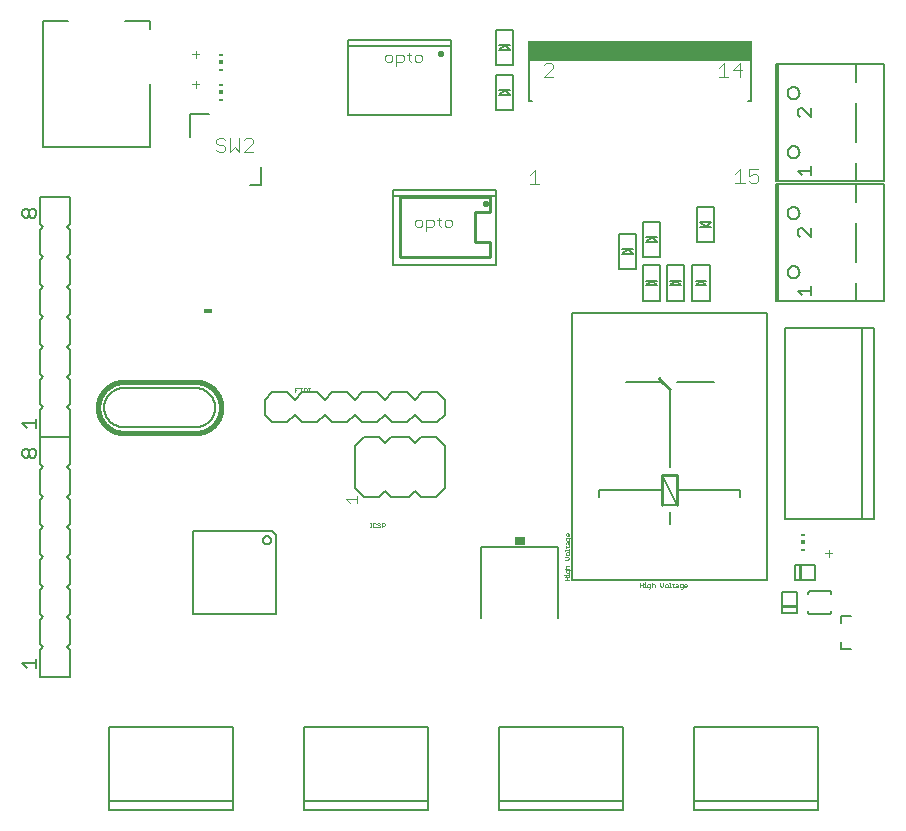
<source format=gto>
G75*
%MOIN*%
%OFA0B0*%
%FSLAX25Y25*%
%IPPOS*%
%LPD*%
%AMOC8*
5,1,8,0,0,1.08239X$1,22.5*
%
%ADD10C,0.00100*%
%ADD11C,0.01000*%
%ADD12C,0.00300*%
%ADD13C,0.00500*%
%ADD14C,0.00600*%
%ADD15C,0.00400*%
%ADD16R,0.74606X0.06594*%
%ADD17C,0.00800*%
%ADD18C,0.02174*%
%ADD19R,0.02800X0.01600*%
%ADD20C,0.01600*%
%ADD21R,0.01181X0.00591*%
%ADD22R,0.01181X0.01181*%
%ADD23R,0.03400X0.03000*%
D10*
X0119217Y0096850D02*
X0119717Y0096850D01*
X0119467Y0096850D02*
X0119467Y0098351D01*
X0119217Y0098351D02*
X0119717Y0098351D01*
X0120199Y0098101D02*
X0120199Y0097100D01*
X0120449Y0096850D01*
X0120949Y0096850D01*
X0121200Y0097100D01*
X0121672Y0097100D02*
X0121922Y0096850D01*
X0122423Y0096850D01*
X0122673Y0097100D01*
X0122673Y0097350D01*
X0122423Y0097601D01*
X0121922Y0097601D01*
X0121672Y0097851D01*
X0121672Y0098101D01*
X0121922Y0098351D01*
X0122423Y0098351D01*
X0122673Y0098101D01*
X0123145Y0098351D02*
X0123896Y0098351D01*
X0124146Y0098101D01*
X0124146Y0097601D01*
X0123896Y0097350D01*
X0123145Y0097350D01*
X0123145Y0096850D02*
X0123145Y0098351D01*
X0121200Y0098101D02*
X0120949Y0098351D01*
X0120449Y0098351D01*
X0120199Y0098101D01*
X0099137Y0141850D02*
X0098636Y0141850D01*
X0098887Y0141850D02*
X0098887Y0143351D01*
X0099137Y0143351D02*
X0098636Y0143351D01*
X0098164Y0143101D02*
X0097914Y0143351D01*
X0097163Y0143351D01*
X0097163Y0141850D01*
X0097914Y0141850D01*
X0098164Y0142100D01*
X0098164Y0143101D01*
X0096691Y0143351D02*
X0095690Y0143351D01*
X0095218Y0143351D02*
X0094217Y0143351D01*
X0094217Y0141850D01*
X0094217Y0142601D02*
X0094717Y0142601D01*
X0096190Y0143351D02*
X0096190Y0141850D01*
X0184716Y0094654D02*
X0184966Y0094904D01*
X0185216Y0094904D01*
X0185216Y0093903D01*
X0184966Y0093903D02*
X0184716Y0094154D01*
X0184716Y0094654D01*
X0184966Y0093903D02*
X0185466Y0093903D01*
X0185717Y0094154D01*
X0185717Y0094654D01*
X0185717Y0093431D02*
X0185717Y0092680D01*
X0185466Y0092430D01*
X0184966Y0092430D01*
X0184716Y0092680D01*
X0184716Y0093431D01*
X0185967Y0093431D01*
X0186217Y0093181D01*
X0186217Y0092931D01*
X0185717Y0091958D02*
X0185717Y0091207D01*
X0185466Y0090957D01*
X0185216Y0091207D01*
X0185216Y0091958D01*
X0184966Y0091958D02*
X0185717Y0091958D01*
X0184966Y0091958D02*
X0184716Y0091708D01*
X0184716Y0091207D01*
X0184716Y0090475D02*
X0184716Y0089975D01*
X0184466Y0090225D02*
X0185466Y0090225D01*
X0185717Y0090475D01*
X0185717Y0089493D02*
X0185717Y0088993D01*
X0185717Y0089243D02*
X0184215Y0089243D01*
X0184215Y0088993D01*
X0184716Y0088270D02*
X0184716Y0087770D01*
X0184966Y0087519D01*
X0185466Y0087519D01*
X0185717Y0087770D01*
X0185717Y0088270D01*
X0185466Y0088520D01*
X0184966Y0088520D01*
X0184716Y0088270D01*
X0185216Y0087047D02*
X0184215Y0087047D01*
X0184215Y0086046D02*
X0185216Y0086046D01*
X0185717Y0086546D01*
X0185216Y0087047D01*
X0184966Y0084100D02*
X0185717Y0084100D01*
X0184966Y0084100D02*
X0184716Y0083850D01*
X0184716Y0083350D01*
X0184966Y0083100D01*
X0184716Y0082627D02*
X0184716Y0081877D01*
X0184966Y0081626D01*
X0185466Y0081626D01*
X0185717Y0081877D01*
X0185717Y0082627D01*
X0185967Y0082627D02*
X0184716Y0082627D01*
X0184215Y0083100D02*
X0185717Y0083100D01*
X0185967Y0082627D02*
X0186217Y0082377D01*
X0186217Y0082127D01*
X0185717Y0081145D02*
X0185717Y0080644D01*
X0185717Y0080894D02*
X0184716Y0080894D01*
X0184716Y0080644D01*
X0184966Y0080172D02*
X0184966Y0079171D01*
X0185717Y0079171D02*
X0184215Y0079171D01*
X0184215Y0080172D02*
X0185717Y0080172D01*
X0184215Y0080894D02*
X0183965Y0080894D01*
X0209217Y0078351D02*
X0209217Y0076850D01*
X0209217Y0077601D02*
X0210218Y0077601D01*
X0210690Y0077851D02*
X0210940Y0077851D01*
X0210940Y0076850D01*
X0210690Y0076850D02*
X0211190Y0076850D01*
X0211672Y0077100D02*
X0211922Y0076850D01*
X0212673Y0076850D01*
X0212673Y0076600D02*
X0212673Y0077851D01*
X0211922Y0077851D01*
X0211672Y0077601D01*
X0211672Y0077100D01*
X0212173Y0076350D02*
X0212423Y0076350D01*
X0212673Y0076600D01*
X0213145Y0076850D02*
X0213145Y0078351D01*
X0213396Y0077851D02*
X0213896Y0077851D01*
X0214146Y0077601D01*
X0214146Y0076850D01*
X0213396Y0077851D02*
X0213145Y0077601D01*
X0210940Y0078351D02*
X0210940Y0078601D01*
X0210218Y0078351D02*
X0210218Y0076850D01*
X0216092Y0077350D02*
X0216592Y0076850D01*
X0217093Y0077350D01*
X0217093Y0078351D01*
X0217815Y0077851D02*
X0217565Y0077601D01*
X0217565Y0077100D01*
X0217815Y0076850D01*
X0218316Y0076850D01*
X0218566Y0077100D01*
X0218566Y0077601D01*
X0218316Y0077851D01*
X0217815Y0077851D01*
X0219038Y0078351D02*
X0219289Y0078351D01*
X0219289Y0076850D01*
X0219539Y0076850D02*
X0219038Y0076850D01*
X0220271Y0077100D02*
X0220521Y0076850D01*
X0220271Y0077100D02*
X0220271Y0078101D01*
X0220021Y0077851D02*
X0220521Y0077851D01*
X0221253Y0077851D02*
X0221753Y0077851D01*
X0222004Y0077601D01*
X0222004Y0076850D01*
X0221253Y0076850D01*
X0221003Y0077100D01*
X0221253Y0077350D01*
X0222004Y0077350D01*
X0222476Y0077100D02*
X0222726Y0076850D01*
X0223477Y0076850D01*
X0223477Y0076600D02*
X0223477Y0077851D01*
X0222726Y0077851D01*
X0222476Y0077601D01*
X0222476Y0077100D01*
X0222976Y0076350D02*
X0223227Y0076350D01*
X0223477Y0076600D01*
X0223949Y0077100D02*
X0223949Y0077601D01*
X0224199Y0077851D01*
X0224700Y0077851D01*
X0224950Y0077601D01*
X0224950Y0077350D01*
X0223949Y0077350D01*
X0223949Y0077100D02*
X0224199Y0076850D01*
X0224700Y0076850D01*
X0216092Y0077350D02*
X0216092Y0078351D01*
D11*
X0216667Y0104300D02*
X0216667Y0109300D01*
X0216667Y0114300D01*
X0221667Y0114300D01*
X0221667Y0109300D01*
X0221667Y0104300D01*
X0219167Y0142800D02*
X0216667Y0145300D01*
X0215467Y0146600D01*
X0159167Y0186800D02*
X0159167Y0191800D01*
X0154167Y0191800D01*
X0154167Y0201800D01*
X0159167Y0201800D01*
X0159167Y0206800D01*
X0129167Y0206800D01*
X0129167Y0186800D01*
X0159167Y0186800D01*
D12*
X0146607Y0197567D02*
X0146607Y0198802D01*
X0145990Y0199419D01*
X0144756Y0199419D01*
X0144138Y0198802D01*
X0144138Y0197567D01*
X0144756Y0196950D01*
X0145990Y0196950D01*
X0146607Y0197567D01*
X0142917Y0196950D02*
X0142300Y0197567D01*
X0142300Y0200036D01*
X0141683Y0199419D02*
X0142917Y0199419D01*
X0140469Y0198802D02*
X0140469Y0197567D01*
X0139851Y0196950D01*
X0138000Y0196950D01*
X0138000Y0195716D02*
X0138000Y0199419D01*
X0139851Y0199419D01*
X0140469Y0198802D01*
X0136785Y0198802D02*
X0136785Y0197567D01*
X0136168Y0196950D01*
X0134934Y0196950D01*
X0134317Y0197567D01*
X0134317Y0198802D01*
X0134934Y0199419D01*
X0136168Y0199419D01*
X0136785Y0198802D01*
X0128000Y0250716D02*
X0128000Y0254419D01*
X0129851Y0254419D01*
X0130469Y0253802D01*
X0130469Y0252567D01*
X0129851Y0251950D01*
X0128000Y0251950D01*
X0126785Y0252567D02*
X0126785Y0253802D01*
X0126168Y0254419D01*
X0124934Y0254419D01*
X0124317Y0253802D01*
X0124317Y0252567D01*
X0124934Y0251950D01*
X0126168Y0251950D01*
X0126785Y0252567D01*
X0131683Y0254419D02*
X0132917Y0254419D01*
X0132300Y0255036D02*
X0132300Y0252567D01*
X0132917Y0251950D01*
X0134138Y0252567D02*
X0134138Y0253802D01*
X0134756Y0254419D01*
X0135990Y0254419D01*
X0136607Y0253802D01*
X0136607Y0252567D01*
X0135990Y0251950D01*
X0134756Y0251950D01*
X0134138Y0252567D01*
X0062399Y0254501D02*
X0059931Y0254501D01*
X0061165Y0253267D02*
X0061165Y0255736D01*
X0061165Y0245736D02*
X0061165Y0243267D01*
X0059931Y0244501D02*
X0062399Y0244501D01*
X0111313Y0106184D02*
X0115017Y0106184D01*
X0115017Y0104950D02*
X0115017Y0107419D01*
X0112548Y0104950D02*
X0111313Y0106184D01*
X0270931Y0088184D02*
X0273399Y0088184D01*
X0272165Y0086950D02*
X0272165Y0089419D01*
D13*
X0267513Y0084359D02*
X0267513Y0079241D01*
X0260820Y0079241D01*
X0260820Y0084359D01*
X0267513Y0084359D01*
X0262986Y0084162D02*
X0262986Y0079438D01*
X0262592Y0079438D02*
X0262592Y0084162D01*
X0262986Y0084162D01*
X0261726Y0075146D02*
X0256608Y0075146D01*
X0256608Y0068454D01*
X0261726Y0068454D01*
X0261726Y0075146D01*
X0261529Y0070619D02*
X0256804Y0070619D01*
X0256804Y0070225D01*
X0261529Y0070225D01*
X0232619Y0172394D02*
X0226714Y0172394D01*
X0226714Y0184206D01*
X0232619Y0184206D01*
X0232619Y0172394D01*
X0231417Y0177550D02*
X0227917Y0177550D01*
X0229667Y0179050D01*
X0231417Y0177550D01*
X0231417Y0179050D02*
X0227917Y0179050D01*
X0222917Y0179050D02*
X0219417Y0179050D01*
X0219417Y0177550D02*
X0221167Y0179050D01*
X0222917Y0177550D01*
X0219417Y0177550D01*
X0214917Y0177550D02*
X0213167Y0179050D01*
X0211417Y0177550D01*
X0214917Y0177550D01*
X0214917Y0179050D02*
X0211417Y0179050D01*
X0208119Y0182894D02*
X0202214Y0182894D01*
X0202214Y0194706D01*
X0208119Y0194706D01*
X0208119Y0182894D01*
X0210214Y0184206D02*
X0210214Y0172394D01*
X0216119Y0172394D01*
X0216119Y0184206D01*
X0210214Y0184206D01*
X0210214Y0186894D02*
X0210214Y0198706D01*
X0216119Y0198706D01*
X0216119Y0186894D01*
X0210214Y0186894D01*
X0211417Y0192050D02*
X0213167Y0193550D01*
X0214917Y0192050D01*
X0211417Y0192050D01*
X0211417Y0193550D02*
X0214917Y0193550D01*
X0206917Y0189550D02*
X0203417Y0189550D01*
X0203417Y0188050D02*
X0205167Y0189550D01*
X0206917Y0188050D01*
X0203417Y0188050D01*
X0218214Y0184206D02*
X0218214Y0172394D01*
X0224119Y0172394D01*
X0224119Y0184206D01*
X0218214Y0184206D01*
X0228214Y0191894D02*
X0228214Y0203706D01*
X0234119Y0203706D01*
X0234119Y0191894D01*
X0228214Y0191894D01*
X0229417Y0197050D02*
X0232917Y0197050D01*
X0232917Y0198550D02*
X0231167Y0197050D01*
X0229417Y0198550D01*
X0232917Y0198550D01*
X0261913Y0195959D02*
X0261913Y0194458D01*
X0262663Y0193707D01*
X0261913Y0195959D02*
X0262663Y0196710D01*
X0263414Y0196710D01*
X0266417Y0193707D01*
X0266417Y0196710D01*
X0266417Y0214207D02*
X0266417Y0217210D01*
X0266417Y0215709D02*
X0261913Y0215709D01*
X0263414Y0214207D01*
X0262663Y0233707D02*
X0261913Y0234458D01*
X0261913Y0235959D01*
X0262663Y0236710D01*
X0263414Y0236710D01*
X0266417Y0233707D01*
X0266417Y0236710D01*
X0266417Y0177210D02*
X0266417Y0174207D01*
X0266417Y0175709D02*
X0261913Y0175709D01*
X0263414Y0174207D01*
X0167119Y0235894D02*
X0161214Y0235894D01*
X0161214Y0247706D01*
X0167119Y0247706D01*
X0167119Y0235894D01*
X0165917Y0241050D02*
X0162417Y0241050D01*
X0164167Y0242550D01*
X0165917Y0241050D01*
X0165917Y0242550D02*
X0162417Y0242550D01*
X0161214Y0250894D02*
X0161214Y0262706D01*
X0167119Y0262706D01*
X0167119Y0250894D01*
X0161214Y0250894D01*
X0162417Y0256050D02*
X0164167Y0257550D01*
X0165917Y0256050D01*
X0162417Y0256050D01*
X0162417Y0257550D02*
X0165917Y0257550D01*
X0083017Y0216800D02*
X0083017Y0211100D01*
X0079167Y0211100D01*
X0059417Y0226800D02*
X0059417Y0234750D01*
X0059415Y0234750D01*
X0059417Y0234750D02*
X0065517Y0234750D01*
X0007917Y0202302D02*
X0007917Y0200801D01*
X0007166Y0200050D01*
X0006415Y0200050D01*
X0005665Y0200801D01*
X0005665Y0202302D01*
X0006415Y0203053D01*
X0007166Y0203053D01*
X0007917Y0202302D01*
X0005665Y0202302D02*
X0004914Y0203053D01*
X0004163Y0203053D01*
X0003413Y0202302D01*
X0003413Y0200801D01*
X0004163Y0200050D01*
X0004914Y0200050D01*
X0005665Y0200801D01*
X0007917Y0133053D02*
X0007917Y0130050D01*
X0007917Y0131551D02*
X0003413Y0131551D01*
X0004914Y0130050D01*
X0004914Y0123053D02*
X0005665Y0122302D01*
X0005665Y0120801D01*
X0004914Y0120050D01*
X0004163Y0120050D01*
X0003413Y0120801D01*
X0003413Y0122302D01*
X0004163Y0123053D01*
X0004914Y0123053D01*
X0005665Y0122302D02*
X0006415Y0123053D01*
X0007166Y0123053D01*
X0007917Y0122302D01*
X0007917Y0120801D01*
X0007166Y0120050D01*
X0006415Y0120050D01*
X0005665Y0120801D01*
X0007917Y0053053D02*
X0007917Y0050050D01*
X0007917Y0051551D02*
X0003413Y0051551D01*
X0004914Y0050050D01*
X0114167Y0109800D02*
X0114167Y0123800D01*
X0117167Y0126800D01*
X0122167Y0126800D01*
X0124167Y0124800D01*
X0126167Y0126800D01*
X0132167Y0126800D01*
X0134167Y0124800D01*
X0136167Y0126800D01*
X0141167Y0126800D01*
X0144167Y0123800D01*
X0144167Y0109800D01*
X0141167Y0106800D01*
X0136167Y0106800D01*
X0134167Y0108800D01*
X0132167Y0106800D01*
X0126167Y0106800D01*
X0124167Y0108800D01*
X0122167Y0106800D01*
X0117167Y0106800D01*
X0114167Y0109800D01*
D14*
X0116667Y0131800D02*
X0114167Y0134300D01*
X0111667Y0131800D01*
X0106667Y0131800D01*
X0104167Y0134300D01*
X0101667Y0131800D01*
X0096667Y0131800D01*
X0094167Y0134300D01*
X0091667Y0131800D01*
X0086667Y0131800D01*
X0084167Y0134300D01*
X0084167Y0139300D01*
X0086667Y0141800D01*
X0091667Y0141800D01*
X0094167Y0139300D01*
X0096667Y0141800D01*
X0101667Y0141800D01*
X0104167Y0139300D01*
X0106667Y0141800D01*
X0111667Y0141800D01*
X0114167Y0139300D01*
X0116667Y0141800D01*
X0121667Y0141800D01*
X0124167Y0139300D01*
X0126667Y0141800D01*
X0131667Y0141800D01*
X0134167Y0139300D01*
X0136667Y0141800D01*
X0141667Y0141800D01*
X0144167Y0139300D01*
X0144167Y0134300D01*
X0141667Y0131800D01*
X0136667Y0131800D01*
X0134167Y0134300D01*
X0131667Y0131800D01*
X0126667Y0131800D01*
X0124167Y0134300D01*
X0121667Y0131800D01*
X0116667Y0131800D01*
X0086568Y0095599D02*
X0087966Y0094202D01*
X0087966Y0068001D01*
X0060367Y0068001D01*
X0060367Y0095599D01*
X0086568Y0095599D01*
X0083553Y0092600D02*
X0083555Y0092675D01*
X0083561Y0092749D01*
X0083571Y0092823D01*
X0083584Y0092896D01*
X0083602Y0092969D01*
X0083623Y0093040D01*
X0083648Y0093111D01*
X0083677Y0093180D01*
X0083710Y0093247D01*
X0083746Y0093312D01*
X0083785Y0093376D01*
X0083827Y0093437D01*
X0083873Y0093496D01*
X0083922Y0093553D01*
X0083974Y0093606D01*
X0084028Y0093657D01*
X0084085Y0093706D01*
X0084145Y0093750D01*
X0084207Y0093792D01*
X0084271Y0093831D01*
X0084337Y0093866D01*
X0084404Y0093897D01*
X0084474Y0093925D01*
X0084544Y0093949D01*
X0084616Y0093970D01*
X0084689Y0093986D01*
X0084762Y0093999D01*
X0084837Y0094008D01*
X0084911Y0094013D01*
X0084986Y0094014D01*
X0085060Y0094011D01*
X0085135Y0094004D01*
X0085208Y0093993D01*
X0085282Y0093979D01*
X0085354Y0093960D01*
X0085425Y0093938D01*
X0085495Y0093912D01*
X0085564Y0093882D01*
X0085630Y0093849D01*
X0085695Y0093812D01*
X0085758Y0093772D01*
X0085819Y0093728D01*
X0085877Y0093682D01*
X0085933Y0093632D01*
X0085986Y0093580D01*
X0086037Y0093525D01*
X0086084Y0093467D01*
X0086128Y0093407D01*
X0086169Y0093344D01*
X0086207Y0093280D01*
X0086241Y0093214D01*
X0086272Y0093145D01*
X0086299Y0093076D01*
X0086322Y0093005D01*
X0086341Y0092933D01*
X0086357Y0092860D01*
X0086369Y0092786D01*
X0086377Y0092712D01*
X0086381Y0092637D01*
X0086381Y0092563D01*
X0086377Y0092488D01*
X0086369Y0092414D01*
X0086357Y0092340D01*
X0086341Y0092267D01*
X0086322Y0092195D01*
X0086299Y0092124D01*
X0086272Y0092055D01*
X0086241Y0091986D01*
X0086207Y0091920D01*
X0086169Y0091856D01*
X0086128Y0091793D01*
X0086084Y0091733D01*
X0086037Y0091675D01*
X0085986Y0091620D01*
X0085933Y0091568D01*
X0085877Y0091518D01*
X0085819Y0091472D01*
X0085758Y0091428D01*
X0085695Y0091388D01*
X0085630Y0091351D01*
X0085564Y0091318D01*
X0085495Y0091288D01*
X0085425Y0091262D01*
X0085354Y0091240D01*
X0085282Y0091221D01*
X0085208Y0091207D01*
X0085135Y0091196D01*
X0085060Y0091189D01*
X0084986Y0091186D01*
X0084911Y0091187D01*
X0084837Y0091192D01*
X0084762Y0091201D01*
X0084689Y0091214D01*
X0084616Y0091230D01*
X0084544Y0091251D01*
X0084474Y0091275D01*
X0084404Y0091303D01*
X0084337Y0091334D01*
X0084271Y0091369D01*
X0084207Y0091408D01*
X0084145Y0091450D01*
X0084085Y0091494D01*
X0084028Y0091543D01*
X0083974Y0091594D01*
X0083922Y0091647D01*
X0083873Y0091704D01*
X0083827Y0091763D01*
X0083785Y0091824D01*
X0083746Y0091888D01*
X0083710Y0091953D01*
X0083677Y0092020D01*
X0083648Y0092089D01*
X0083623Y0092160D01*
X0083602Y0092231D01*
X0083584Y0092304D01*
X0083571Y0092377D01*
X0083561Y0092451D01*
X0083555Y0092525D01*
X0083553Y0092600D01*
X0061167Y0130300D02*
X0037167Y0130300D01*
X0037007Y0130302D01*
X0036848Y0130308D01*
X0036689Y0130318D01*
X0036530Y0130331D01*
X0036371Y0130349D01*
X0036213Y0130370D01*
X0036056Y0130396D01*
X0035899Y0130425D01*
X0035743Y0130458D01*
X0035588Y0130495D01*
X0035433Y0130535D01*
X0035280Y0130580D01*
X0035128Y0130628D01*
X0034977Y0130680D01*
X0034828Y0130736D01*
X0034680Y0130795D01*
X0034533Y0130858D01*
X0034388Y0130924D01*
X0034245Y0130994D01*
X0034103Y0131068D01*
X0033963Y0131144D01*
X0033825Y0131225D01*
X0033690Y0131308D01*
X0033556Y0131395D01*
X0033424Y0131486D01*
X0033295Y0131579D01*
X0033168Y0131676D01*
X0033043Y0131775D01*
X0032921Y0131878D01*
X0032802Y0131984D01*
X0032685Y0132092D01*
X0032571Y0132204D01*
X0032459Y0132318D01*
X0032351Y0132435D01*
X0032245Y0132554D01*
X0032142Y0132676D01*
X0032043Y0132801D01*
X0031946Y0132928D01*
X0031853Y0133057D01*
X0031762Y0133189D01*
X0031675Y0133323D01*
X0031592Y0133458D01*
X0031511Y0133596D01*
X0031435Y0133736D01*
X0031361Y0133878D01*
X0031291Y0134021D01*
X0031225Y0134166D01*
X0031162Y0134313D01*
X0031103Y0134461D01*
X0031047Y0134610D01*
X0030995Y0134761D01*
X0030947Y0134913D01*
X0030902Y0135066D01*
X0030862Y0135221D01*
X0030825Y0135376D01*
X0030792Y0135532D01*
X0030763Y0135689D01*
X0030737Y0135846D01*
X0030716Y0136004D01*
X0030698Y0136163D01*
X0030685Y0136322D01*
X0030675Y0136481D01*
X0030669Y0136640D01*
X0030667Y0136800D01*
X0030669Y0136960D01*
X0030675Y0137119D01*
X0030685Y0137278D01*
X0030698Y0137437D01*
X0030716Y0137596D01*
X0030737Y0137754D01*
X0030763Y0137911D01*
X0030792Y0138068D01*
X0030825Y0138224D01*
X0030862Y0138379D01*
X0030902Y0138534D01*
X0030947Y0138687D01*
X0030995Y0138839D01*
X0031047Y0138990D01*
X0031103Y0139139D01*
X0031162Y0139287D01*
X0031225Y0139434D01*
X0031291Y0139579D01*
X0031361Y0139722D01*
X0031435Y0139864D01*
X0031511Y0140004D01*
X0031592Y0140142D01*
X0031675Y0140277D01*
X0031762Y0140411D01*
X0031853Y0140543D01*
X0031946Y0140672D01*
X0032043Y0140799D01*
X0032142Y0140924D01*
X0032245Y0141046D01*
X0032351Y0141165D01*
X0032459Y0141282D01*
X0032571Y0141396D01*
X0032685Y0141508D01*
X0032802Y0141616D01*
X0032921Y0141722D01*
X0033043Y0141825D01*
X0033168Y0141924D01*
X0033295Y0142021D01*
X0033424Y0142114D01*
X0033556Y0142205D01*
X0033690Y0142292D01*
X0033825Y0142375D01*
X0033963Y0142456D01*
X0034103Y0142532D01*
X0034245Y0142606D01*
X0034388Y0142676D01*
X0034533Y0142742D01*
X0034680Y0142805D01*
X0034828Y0142864D01*
X0034977Y0142920D01*
X0035128Y0142972D01*
X0035280Y0143020D01*
X0035433Y0143065D01*
X0035588Y0143105D01*
X0035743Y0143142D01*
X0035899Y0143175D01*
X0036056Y0143204D01*
X0036213Y0143230D01*
X0036371Y0143251D01*
X0036530Y0143269D01*
X0036689Y0143282D01*
X0036848Y0143292D01*
X0037007Y0143298D01*
X0037167Y0143300D01*
X0061167Y0143300D01*
X0061327Y0143298D01*
X0061486Y0143292D01*
X0061645Y0143282D01*
X0061804Y0143269D01*
X0061963Y0143251D01*
X0062121Y0143230D01*
X0062278Y0143204D01*
X0062435Y0143175D01*
X0062591Y0143142D01*
X0062746Y0143105D01*
X0062901Y0143065D01*
X0063054Y0143020D01*
X0063206Y0142972D01*
X0063357Y0142920D01*
X0063506Y0142864D01*
X0063654Y0142805D01*
X0063801Y0142742D01*
X0063946Y0142676D01*
X0064089Y0142606D01*
X0064231Y0142532D01*
X0064371Y0142456D01*
X0064509Y0142375D01*
X0064644Y0142292D01*
X0064778Y0142205D01*
X0064910Y0142114D01*
X0065039Y0142021D01*
X0065166Y0141924D01*
X0065291Y0141825D01*
X0065413Y0141722D01*
X0065532Y0141616D01*
X0065649Y0141508D01*
X0065763Y0141396D01*
X0065875Y0141282D01*
X0065983Y0141165D01*
X0066089Y0141046D01*
X0066192Y0140924D01*
X0066291Y0140799D01*
X0066388Y0140672D01*
X0066481Y0140543D01*
X0066572Y0140411D01*
X0066659Y0140277D01*
X0066742Y0140142D01*
X0066823Y0140004D01*
X0066899Y0139864D01*
X0066973Y0139722D01*
X0067043Y0139579D01*
X0067109Y0139434D01*
X0067172Y0139287D01*
X0067231Y0139139D01*
X0067287Y0138990D01*
X0067339Y0138839D01*
X0067387Y0138687D01*
X0067432Y0138534D01*
X0067472Y0138379D01*
X0067509Y0138224D01*
X0067542Y0138068D01*
X0067571Y0137911D01*
X0067597Y0137754D01*
X0067618Y0137596D01*
X0067636Y0137437D01*
X0067649Y0137278D01*
X0067659Y0137119D01*
X0067665Y0136960D01*
X0067667Y0136800D01*
X0067665Y0136640D01*
X0067659Y0136481D01*
X0067649Y0136322D01*
X0067636Y0136163D01*
X0067618Y0136004D01*
X0067597Y0135846D01*
X0067571Y0135689D01*
X0067542Y0135532D01*
X0067509Y0135376D01*
X0067472Y0135221D01*
X0067432Y0135066D01*
X0067387Y0134913D01*
X0067339Y0134761D01*
X0067287Y0134610D01*
X0067231Y0134461D01*
X0067172Y0134313D01*
X0067109Y0134166D01*
X0067043Y0134021D01*
X0066973Y0133878D01*
X0066899Y0133736D01*
X0066823Y0133596D01*
X0066742Y0133458D01*
X0066659Y0133323D01*
X0066572Y0133189D01*
X0066481Y0133057D01*
X0066388Y0132928D01*
X0066291Y0132801D01*
X0066192Y0132676D01*
X0066089Y0132554D01*
X0065983Y0132435D01*
X0065875Y0132318D01*
X0065763Y0132204D01*
X0065649Y0132092D01*
X0065532Y0131984D01*
X0065413Y0131878D01*
X0065291Y0131775D01*
X0065166Y0131676D01*
X0065039Y0131579D01*
X0064910Y0131486D01*
X0064778Y0131395D01*
X0064644Y0131308D01*
X0064509Y0131225D01*
X0064371Y0131144D01*
X0064231Y0131068D01*
X0064089Y0130994D01*
X0063946Y0130924D01*
X0063801Y0130858D01*
X0063654Y0130795D01*
X0063506Y0130736D01*
X0063357Y0130680D01*
X0063206Y0130628D01*
X0063054Y0130580D01*
X0062901Y0130535D01*
X0062746Y0130495D01*
X0062591Y0130458D01*
X0062435Y0130425D01*
X0062278Y0130396D01*
X0062121Y0130370D01*
X0061963Y0130349D01*
X0061804Y0130331D01*
X0061645Y0130318D01*
X0061486Y0130308D01*
X0061327Y0130302D01*
X0061167Y0130300D01*
X0019167Y0126800D02*
X0019167Y0117800D01*
X0018167Y0116800D01*
X0019167Y0115800D01*
X0019167Y0107800D01*
X0018167Y0106800D01*
X0019167Y0105800D01*
X0019167Y0097800D01*
X0018167Y0096800D01*
X0019167Y0095800D01*
X0019167Y0087800D01*
X0018167Y0086800D01*
X0019167Y0085800D01*
X0019167Y0077800D01*
X0018167Y0076800D01*
X0019167Y0075800D01*
X0019167Y0067800D01*
X0018167Y0066800D01*
X0019167Y0065800D01*
X0019167Y0057800D01*
X0018167Y0056800D01*
X0019167Y0055800D01*
X0019167Y0046800D01*
X0009167Y0046800D01*
X0009167Y0055800D01*
X0010167Y0056800D01*
X0009167Y0057800D01*
X0009167Y0065800D01*
X0010167Y0066800D01*
X0009167Y0067800D01*
X0009167Y0075800D01*
X0010167Y0076800D01*
X0009167Y0077800D01*
X0009167Y0085800D01*
X0010167Y0086800D01*
X0009167Y0087800D01*
X0009167Y0095800D01*
X0010167Y0096800D01*
X0009167Y0097800D01*
X0009167Y0105800D01*
X0010167Y0106800D01*
X0009167Y0107800D01*
X0009167Y0115800D01*
X0010167Y0116800D01*
X0009167Y0117800D01*
X0009167Y0126800D01*
X0019167Y0126800D01*
X0019167Y0135800D01*
X0018167Y0136800D01*
X0019167Y0137800D01*
X0019167Y0145800D01*
X0018167Y0146800D01*
X0019167Y0147800D01*
X0019167Y0155800D01*
X0018167Y0156800D01*
X0019167Y0157800D01*
X0019167Y0165800D01*
X0018167Y0166800D01*
X0019167Y0167800D01*
X0019167Y0175800D01*
X0018167Y0176800D01*
X0019167Y0177800D01*
X0019167Y0185800D01*
X0018167Y0186800D01*
X0019167Y0187800D01*
X0019167Y0195800D01*
X0018167Y0196800D01*
X0019167Y0197800D01*
X0019167Y0206800D01*
X0009167Y0206800D01*
X0009167Y0197800D01*
X0010167Y0196800D01*
X0009167Y0195800D01*
X0009167Y0187800D01*
X0010167Y0186800D01*
X0009167Y0185800D01*
X0009167Y0177800D01*
X0010167Y0176800D01*
X0009167Y0175800D01*
X0009167Y0167800D01*
X0010167Y0166800D01*
X0009167Y0165800D01*
X0009167Y0157800D01*
X0010167Y0156800D01*
X0009167Y0155800D01*
X0009167Y0147800D01*
X0010167Y0146800D01*
X0009167Y0145800D01*
X0009167Y0137800D01*
X0010167Y0136800D01*
X0009167Y0135800D01*
X0009167Y0126800D01*
X0019167Y0126800D01*
X0127001Y0184280D02*
X0161430Y0184280D01*
X0161430Y0209320D01*
X0127001Y0209320D01*
X0127001Y0207288D01*
X0161037Y0207288D01*
X0146430Y0234280D02*
X0146430Y0259320D01*
X0112001Y0259320D01*
X0112001Y0257288D01*
X0146037Y0257288D01*
X0146430Y0234280D02*
X0112001Y0234280D01*
X0112001Y0257288D01*
X0127001Y0207288D02*
X0127001Y0184280D01*
X0172167Y0238800D02*
X0172167Y0252800D01*
X0172167Y0238800D02*
X0173167Y0238800D01*
X0245167Y0238800D02*
X0246167Y0238800D01*
X0246167Y0252800D01*
X0254466Y0251457D02*
X0254466Y0212158D01*
X0255265Y0212158D01*
X0255265Y0251457D01*
X0281265Y0251457D01*
X0290667Y0251457D01*
X0290667Y0212158D01*
X0281265Y0212158D01*
X0255265Y0212158D01*
X0255265Y0211457D02*
X0254466Y0211457D01*
X0254466Y0172158D01*
X0255265Y0172158D01*
X0255265Y0211457D01*
X0281265Y0211457D01*
X0290667Y0211457D01*
X0290667Y0172158D01*
X0281265Y0172158D01*
X0255265Y0172158D01*
X0251667Y0168300D02*
X0251667Y0079300D01*
X0186667Y0079300D01*
X0186667Y0168300D01*
X0251667Y0168300D01*
X0258467Y0181957D02*
X0258469Y0182046D01*
X0258475Y0182135D01*
X0258485Y0182224D01*
X0258499Y0182312D01*
X0258516Y0182399D01*
X0258538Y0182485D01*
X0258564Y0182571D01*
X0258593Y0182655D01*
X0258626Y0182738D01*
X0258662Y0182819D01*
X0258703Y0182899D01*
X0258746Y0182976D01*
X0258793Y0183052D01*
X0258844Y0183125D01*
X0258897Y0183196D01*
X0258954Y0183265D01*
X0259014Y0183331D01*
X0259077Y0183395D01*
X0259142Y0183455D01*
X0259210Y0183513D01*
X0259281Y0183567D01*
X0259354Y0183618D01*
X0259429Y0183666D01*
X0259506Y0183711D01*
X0259585Y0183752D01*
X0259666Y0183789D01*
X0259748Y0183823D01*
X0259832Y0183854D01*
X0259917Y0183880D01*
X0260003Y0183903D01*
X0260090Y0183921D01*
X0260178Y0183936D01*
X0260267Y0183947D01*
X0260356Y0183954D01*
X0260445Y0183957D01*
X0260534Y0183956D01*
X0260623Y0183951D01*
X0260711Y0183942D01*
X0260800Y0183929D01*
X0260887Y0183912D01*
X0260974Y0183892D01*
X0261060Y0183867D01*
X0261144Y0183839D01*
X0261227Y0183807D01*
X0261309Y0183771D01*
X0261389Y0183732D01*
X0261467Y0183689D01*
X0261543Y0183643D01*
X0261617Y0183593D01*
X0261689Y0183540D01*
X0261758Y0183484D01*
X0261825Y0183425D01*
X0261889Y0183363D01*
X0261950Y0183299D01*
X0262009Y0183231D01*
X0262064Y0183161D01*
X0262116Y0183089D01*
X0262165Y0183014D01*
X0262210Y0182938D01*
X0262252Y0182859D01*
X0262290Y0182779D01*
X0262325Y0182697D01*
X0262356Y0182613D01*
X0262384Y0182528D01*
X0262407Y0182442D01*
X0262427Y0182355D01*
X0262443Y0182268D01*
X0262455Y0182179D01*
X0262463Y0182091D01*
X0262467Y0182002D01*
X0262467Y0181912D01*
X0262463Y0181823D01*
X0262455Y0181735D01*
X0262443Y0181646D01*
X0262427Y0181559D01*
X0262407Y0181472D01*
X0262384Y0181386D01*
X0262356Y0181301D01*
X0262325Y0181217D01*
X0262290Y0181135D01*
X0262252Y0181055D01*
X0262210Y0180976D01*
X0262165Y0180900D01*
X0262116Y0180825D01*
X0262064Y0180753D01*
X0262009Y0180683D01*
X0261950Y0180615D01*
X0261889Y0180551D01*
X0261825Y0180489D01*
X0261758Y0180430D01*
X0261689Y0180374D01*
X0261617Y0180321D01*
X0261543Y0180271D01*
X0261467Y0180225D01*
X0261389Y0180182D01*
X0261309Y0180143D01*
X0261227Y0180107D01*
X0261144Y0180075D01*
X0261060Y0180047D01*
X0260974Y0180022D01*
X0260887Y0180002D01*
X0260800Y0179985D01*
X0260711Y0179972D01*
X0260623Y0179963D01*
X0260534Y0179958D01*
X0260445Y0179957D01*
X0260356Y0179960D01*
X0260267Y0179967D01*
X0260178Y0179978D01*
X0260090Y0179993D01*
X0260003Y0180011D01*
X0259917Y0180034D01*
X0259832Y0180060D01*
X0259748Y0180091D01*
X0259666Y0180125D01*
X0259585Y0180162D01*
X0259506Y0180203D01*
X0259429Y0180248D01*
X0259354Y0180296D01*
X0259281Y0180347D01*
X0259210Y0180401D01*
X0259142Y0180459D01*
X0259077Y0180519D01*
X0259014Y0180583D01*
X0258954Y0180649D01*
X0258897Y0180718D01*
X0258844Y0180789D01*
X0258793Y0180862D01*
X0258746Y0180938D01*
X0258703Y0181015D01*
X0258662Y0181095D01*
X0258626Y0181176D01*
X0258593Y0181259D01*
X0258564Y0181343D01*
X0258538Y0181429D01*
X0258516Y0181515D01*
X0258499Y0181602D01*
X0258485Y0181690D01*
X0258475Y0181779D01*
X0258469Y0181868D01*
X0258467Y0181957D01*
X0258467Y0201657D02*
X0258469Y0201746D01*
X0258475Y0201835D01*
X0258485Y0201924D01*
X0258499Y0202012D01*
X0258516Y0202099D01*
X0258538Y0202185D01*
X0258564Y0202271D01*
X0258593Y0202355D01*
X0258626Y0202438D01*
X0258662Y0202519D01*
X0258703Y0202599D01*
X0258746Y0202676D01*
X0258793Y0202752D01*
X0258844Y0202825D01*
X0258897Y0202896D01*
X0258954Y0202965D01*
X0259014Y0203031D01*
X0259077Y0203095D01*
X0259142Y0203155D01*
X0259210Y0203213D01*
X0259281Y0203267D01*
X0259354Y0203318D01*
X0259429Y0203366D01*
X0259506Y0203411D01*
X0259585Y0203452D01*
X0259666Y0203489D01*
X0259748Y0203523D01*
X0259832Y0203554D01*
X0259917Y0203580D01*
X0260003Y0203603D01*
X0260090Y0203621D01*
X0260178Y0203636D01*
X0260267Y0203647D01*
X0260356Y0203654D01*
X0260445Y0203657D01*
X0260534Y0203656D01*
X0260623Y0203651D01*
X0260711Y0203642D01*
X0260800Y0203629D01*
X0260887Y0203612D01*
X0260974Y0203592D01*
X0261060Y0203567D01*
X0261144Y0203539D01*
X0261227Y0203507D01*
X0261309Y0203471D01*
X0261389Y0203432D01*
X0261467Y0203389D01*
X0261543Y0203343D01*
X0261617Y0203293D01*
X0261689Y0203240D01*
X0261758Y0203184D01*
X0261825Y0203125D01*
X0261889Y0203063D01*
X0261950Y0202999D01*
X0262009Y0202931D01*
X0262064Y0202861D01*
X0262116Y0202789D01*
X0262165Y0202714D01*
X0262210Y0202638D01*
X0262252Y0202559D01*
X0262290Y0202479D01*
X0262325Y0202397D01*
X0262356Y0202313D01*
X0262384Y0202228D01*
X0262407Y0202142D01*
X0262427Y0202055D01*
X0262443Y0201968D01*
X0262455Y0201879D01*
X0262463Y0201791D01*
X0262467Y0201702D01*
X0262467Y0201612D01*
X0262463Y0201523D01*
X0262455Y0201435D01*
X0262443Y0201346D01*
X0262427Y0201259D01*
X0262407Y0201172D01*
X0262384Y0201086D01*
X0262356Y0201001D01*
X0262325Y0200917D01*
X0262290Y0200835D01*
X0262252Y0200755D01*
X0262210Y0200676D01*
X0262165Y0200600D01*
X0262116Y0200525D01*
X0262064Y0200453D01*
X0262009Y0200383D01*
X0261950Y0200315D01*
X0261889Y0200251D01*
X0261825Y0200189D01*
X0261758Y0200130D01*
X0261689Y0200074D01*
X0261617Y0200021D01*
X0261543Y0199971D01*
X0261467Y0199925D01*
X0261389Y0199882D01*
X0261309Y0199843D01*
X0261227Y0199807D01*
X0261144Y0199775D01*
X0261060Y0199747D01*
X0260974Y0199722D01*
X0260887Y0199702D01*
X0260800Y0199685D01*
X0260711Y0199672D01*
X0260623Y0199663D01*
X0260534Y0199658D01*
X0260445Y0199657D01*
X0260356Y0199660D01*
X0260267Y0199667D01*
X0260178Y0199678D01*
X0260090Y0199693D01*
X0260003Y0199711D01*
X0259917Y0199734D01*
X0259832Y0199760D01*
X0259748Y0199791D01*
X0259666Y0199825D01*
X0259585Y0199862D01*
X0259506Y0199903D01*
X0259429Y0199948D01*
X0259354Y0199996D01*
X0259281Y0200047D01*
X0259210Y0200101D01*
X0259142Y0200159D01*
X0259077Y0200219D01*
X0259014Y0200283D01*
X0258954Y0200349D01*
X0258897Y0200418D01*
X0258844Y0200489D01*
X0258793Y0200562D01*
X0258746Y0200638D01*
X0258703Y0200715D01*
X0258662Y0200795D01*
X0258626Y0200876D01*
X0258593Y0200959D01*
X0258564Y0201043D01*
X0258538Y0201129D01*
X0258516Y0201215D01*
X0258499Y0201302D01*
X0258485Y0201390D01*
X0258475Y0201479D01*
X0258469Y0201568D01*
X0258467Y0201657D01*
X0258467Y0221957D02*
X0258469Y0222046D01*
X0258475Y0222135D01*
X0258485Y0222224D01*
X0258499Y0222312D01*
X0258516Y0222399D01*
X0258538Y0222485D01*
X0258564Y0222571D01*
X0258593Y0222655D01*
X0258626Y0222738D01*
X0258662Y0222819D01*
X0258703Y0222899D01*
X0258746Y0222976D01*
X0258793Y0223052D01*
X0258844Y0223125D01*
X0258897Y0223196D01*
X0258954Y0223265D01*
X0259014Y0223331D01*
X0259077Y0223395D01*
X0259142Y0223455D01*
X0259210Y0223513D01*
X0259281Y0223567D01*
X0259354Y0223618D01*
X0259429Y0223666D01*
X0259506Y0223711D01*
X0259585Y0223752D01*
X0259666Y0223789D01*
X0259748Y0223823D01*
X0259832Y0223854D01*
X0259917Y0223880D01*
X0260003Y0223903D01*
X0260090Y0223921D01*
X0260178Y0223936D01*
X0260267Y0223947D01*
X0260356Y0223954D01*
X0260445Y0223957D01*
X0260534Y0223956D01*
X0260623Y0223951D01*
X0260711Y0223942D01*
X0260800Y0223929D01*
X0260887Y0223912D01*
X0260974Y0223892D01*
X0261060Y0223867D01*
X0261144Y0223839D01*
X0261227Y0223807D01*
X0261309Y0223771D01*
X0261389Y0223732D01*
X0261467Y0223689D01*
X0261543Y0223643D01*
X0261617Y0223593D01*
X0261689Y0223540D01*
X0261758Y0223484D01*
X0261825Y0223425D01*
X0261889Y0223363D01*
X0261950Y0223299D01*
X0262009Y0223231D01*
X0262064Y0223161D01*
X0262116Y0223089D01*
X0262165Y0223014D01*
X0262210Y0222938D01*
X0262252Y0222859D01*
X0262290Y0222779D01*
X0262325Y0222697D01*
X0262356Y0222613D01*
X0262384Y0222528D01*
X0262407Y0222442D01*
X0262427Y0222355D01*
X0262443Y0222268D01*
X0262455Y0222179D01*
X0262463Y0222091D01*
X0262467Y0222002D01*
X0262467Y0221912D01*
X0262463Y0221823D01*
X0262455Y0221735D01*
X0262443Y0221646D01*
X0262427Y0221559D01*
X0262407Y0221472D01*
X0262384Y0221386D01*
X0262356Y0221301D01*
X0262325Y0221217D01*
X0262290Y0221135D01*
X0262252Y0221055D01*
X0262210Y0220976D01*
X0262165Y0220900D01*
X0262116Y0220825D01*
X0262064Y0220753D01*
X0262009Y0220683D01*
X0261950Y0220615D01*
X0261889Y0220551D01*
X0261825Y0220489D01*
X0261758Y0220430D01*
X0261689Y0220374D01*
X0261617Y0220321D01*
X0261543Y0220271D01*
X0261467Y0220225D01*
X0261389Y0220182D01*
X0261309Y0220143D01*
X0261227Y0220107D01*
X0261144Y0220075D01*
X0261060Y0220047D01*
X0260974Y0220022D01*
X0260887Y0220002D01*
X0260800Y0219985D01*
X0260711Y0219972D01*
X0260623Y0219963D01*
X0260534Y0219958D01*
X0260445Y0219957D01*
X0260356Y0219960D01*
X0260267Y0219967D01*
X0260178Y0219978D01*
X0260090Y0219993D01*
X0260003Y0220011D01*
X0259917Y0220034D01*
X0259832Y0220060D01*
X0259748Y0220091D01*
X0259666Y0220125D01*
X0259585Y0220162D01*
X0259506Y0220203D01*
X0259429Y0220248D01*
X0259354Y0220296D01*
X0259281Y0220347D01*
X0259210Y0220401D01*
X0259142Y0220459D01*
X0259077Y0220519D01*
X0259014Y0220583D01*
X0258954Y0220649D01*
X0258897Y0220718D01*
X0258844Y0220789D01*
X0258793Y0220862D01*
X0258746Y0220938D01*
X0258703Y0221015D01*
X0258662Y0221095D01*
X0258626Y0221176D01*
X0258593Y0221259D01*
X0258564Y0221343D01*
X0258538Y0221429D01*
X0258516Y0221515D01*
X0258499Y0221602D01*
X0258485Y0221690D01*
X0258475Y0221779D01*
X0258469Y0221868D01*
X0258467Y0221957D01*
X0258467Y0241657D02*
X0258469Y0241746D01*
X0258475Y0241835D01*
X0258485Y0241924D01*
X0258499Y0242012D01*
X0258516Y0242099D01*
X0258538Y0242185D01*
X0258564Y0242271D01*
X0258593Y0242355D01*
X0258626Y0242438D01*
X0258662Y0242519D01*
X0258703Y0242599D01*
X0258746Y0242676D01*
X0258793Y0242752D01*
X0258844Y0242825D01*
X0258897Y0242896D01*
X0258954Y0242965D01*
X0259014Y0243031D01*
X0259077Y0243095D01*
X0259142Y0243155D01*
X0259210Y0243213D01*
X0259281Y0243267D01*
X0259354Y0243318D01*
X0259429Y0243366D01*
X0259506Y0243411D01*
X0259585Y0243452D01*
X0259666Y0243489D01*
X0259748Y0243523D01*
X0259832Y0243554D01*
X0259917Y0243580D01*
X0260003Y0243603D01*
X0260090Y0243621D01*
X0260178Y0243636D01*
X0260267Y0243647D01*
X0260356Y0243654D01*
X0260445Y0243657D01*
X0260534Y0243656D01*
X0260623Y0243651D01*
X0260711Y0243642D01*
X0260800Y0243629D01*
X0260887Y0243612D01*
X0260974Y0243592D01*
X0261060Y0243567D01*
X0261144Y0243539D01*
X0261227Y0243507D01*
X0261309Y0243471D01*
X0261389Y0243432D01*
X0261467Y0243389D01*
X0261543Y0243343D01*
X0261617Y0243293D01*
X0261689Y0243240D01*
X0261758Y0243184D01*
X0261825Y0243125D01*
X0261889Y0243063D01*
X0261950Y0242999D01*
X0262009Y0242931D01*
X0262064Y0242861D01*
X0262116Y0242789D01*
X0262165Y0242714D01*
X0262210Y0242638D01*
X0262252Y0242559D01*
X0262290Y0242479D01*
X0262325Y0242397D01*
X0262356Y0242313D01*
X0262384Y0242228D01*
X0262407Y0242142D01*
X0262427Y0242055D01*
X0262443Y0241968D01*
X0262455Y0241879D01*
X0262463Y0241791D01*
X0262467Y0241702D01*
X0262467Y0241612D01*
X0262463Y0241523D01*
X0262455Y0241435D01*
X0262443Y0241346D01*
X0262427Y0241259D01*
X0262407Y0241172D01*
X0262384Y0241086D01*
X0262356Y0241001D01*
X0262325Y0240917D01*
X0262290Y0240835D01*
X0262252Y0240755D01*
X0262210Y0240676D01*
X0262165Y0240600D01*
X0262116Y0240525D01*
X0262064Y0240453D01*
X0262009Y0240383D01*
X0261950Y0240315D01*
X0261889Y0240251D01*
X0261825Y0240189D01*
X0261758Y0240130D01*
X0261689Y0240074D01*
X0261617Y0240021D01*
X0261543Y0239971D01*
X0261467Y0239925D01*
X0261389Y0239882D01*
X0261309Y0239843D01*
X0261227Y0239807D01*
X0261144Y0239775D01*
X0261060Y0239747D01*
X0260974Y0239722D01*
X0260887Y0239702D01*
X0260800Y0239685D01*
X0260711Y0239672D01*
X0260623Y0239663D01*
X0260534Y0239658D01*
X0260445Y0239657D01*
X0260356Y0239660D01*
X0260267Y0239667D01*
X0260178Y0239678D01*
X0260090Y0239693D01*
X0260003Y0239711D01*
X0259917Y0239734D01*
X0259832Y0239760D01*
X0259748Y0239791D01*
X0259666Y0239825D01*
X0259585Y0239862D01*
X0259506Y0239903D01*
X0259429Y0239948D01*
X0259354Y0239996D01*
X0259281Y0240047D01*
X0259210Y0240101D01*
X0259142Y0240159D01*
X0259077Y0240219D01*
X0259014Y0240283D01*
X0258954Y0240349D01*
X0258897Y0240418D01*
X0258844Y0240489D01*
X0258793Y0240562D01*
X0258746Y0240638D01*
X0258703Y0240715D01*
X0258662Y0240795D01*
X0258626Y0240876D01*
X0258593Y0240959D01*
X0258564Y0241043D01*
X0258538Y0241129D01*
X0258516Y0241215D01*
X0258499Y0241302D01*
X0258485Y0241390D01*
X0258475Y0241479D01*
X0258469Y0241568D01*
X0258467Y0241657D01*
X0255265Y0251457D02*
X0254466Y0251457D01*
X0281265Y0251457D02*
X0281265Y0245158D01*
X0281265Y0238158D02*
X0281265Y0225457D01*
X0281265Y0218457D02*
X0281265Y0212158D01*
X0281265Y0211457D02*
X0281265Y0205158D01*
X0281265Y0198158D02*
X0281265Y0185457D01*
X0281265Y0178457D02*
X0281265Y0172158D01*
X0233967Y0145300D02*
X0221667Y0145300D01*
X0219167Y0142800D02*
X0219167Y0116800D01*
X0216667Y0114300D02*
X0221667Y0104300D01*
X0216667Y0104300D01*
X0219167Y0101800D02*
X0219167Y0097800D01*
X0221667Y0109300D02*
X0242667Y0109300D01*
X0242667Y0106800D01*
X0216667Y0109300D02*
X0195667Y0109300D01*
X0195667Y0106800D01*
X0204467Y0145300D02*
X0216667Y0145300D01*
D15*
X0241089Y0211531D02*
X0244159Y0211531D01*
X0242624Y0211531D02*
X0242624Y0216135D01*
X0241089Y0214600D01*
X0245693Y0213833D02*
X0247228Y0214600D01*
X0247995Y0214600D01*
X0248763Y0213833D01*
X0248763Y0212298D01*
X0247995Y0211531D01*
X0246461Y0211531D01*
X0245693Y0212298D01*
X0245693Y0213833D02*
X0245693Y0216135D01*
X0248763Y0216135D01*
X0242526Y0247000D02*
X0242526Y0251604D01*
X0240225Y0249302D01*
X0243294Y0249302D01*
X0238690Y0247000D02*
X0235621Y0247000D01*
X0237155Y0247000D02*
X0237155Y0251604D01*
X0235621Y0250069D01*
X0180245Y0250069D02*
X0180245Y0250837D01*
X0179478Y0251604D01*
X0177943Y0251604D01*
X0177176Y0250837D01*
X0180245Y0250069D02*
X0177176Y0247000D01*
X0180245Y0247000D01*
X0174179Y0215902D02*
X0174179Y0211298D01*
X0172645Y0211298D02*
X0175714Y0211298D01*
X0172645Y0214367D02*
X0174179Y0215902D01*
X0080332Y0222000D02*
X0077263Y0222000D01*
X0080332Y0225069D01*
X0080332Y0225837D01*
X0079565Y0226604D01*
X0078030Y0226604D01*
X0077263Y0225837D01*
X0075728Y0226604D02*
X0075728Y0222000D01*
X0074193Y0223535D01*
X0072659Y0222000D01*
X0072659Y0226604D01*
X0071124Y0225837D02*
X0070357Y0226604D01*
X0068822Y0226604D01*
X0068055Y0225837D01*
X0068055Y0225069D01*
X0068822Y0224302D01*
X0070357Y0224302D01*
X0071124Y0223535D01*
X0071124Y0222767D01*
X0070357Y0222000D01*
X0068822Y0222000D01*
X0068055Y0222767D01*
D16*
X0209167Y0255786D03*
D17*
X0032277Y0005776D02*
X0032277Y0002627D01*
X0073615Y0002627D01*
X0073615Y0005776D01*
X0032277Y0005776D01*
X0032277Y0030186D01*
X0073615Y0030186D01*
X0073615Y0005776D01*
X0097277Y0005776D02*
X0097277Y0002627D01*
X0138615Y0002627D01*
X0138615Y0005776D01*
X0097277Y0005776D01*
X0097277Y0030186D01*
X0138615Y0030186D01*
X0138615Y0005776D01*
X0162277Y0005776D02*
X0162277Y0002627D01*
X0203615Y0002627D01*
X0203615Y0005776D01*
X0162277Y0005776D01*
X0162277Y0030186D01*
X0203615Y0030186D01*
X0203615Y0005776D01*
X0227277Y0005776D02*
X0227277Y0002627D01*
X0268615Y0002627D01*
X0268615Y0005776D01*
X0227277Y0005776D01*
X0227277Y0030186D01*
X0268615Y0030186D01*
X0268615Y0005776D01*
X0276411Y0056288D02*
X0279560Y0056288D01*
X0276411Y0056288D02*
X0276411Y0058650D01*
X0276411Y0064950D02*
X0276411Y0067312D01*
X0279560Y0067312D01*
X0272316Y0067863D02*
X0266017Y0067863D01*
X0266017Y0067862D02*
X0265958Y0067876D01*
X0265900Y0067893D01*
X0265843Y0067914D01*
X0265787Y0067938D01*
X0265733Y0067966D01*
X0265681Y0067996D01*
X0265630Y0068030D01*
X0265582Y0068067D01*
X0265536Y0068106D01*
X0265493Y0068149D01*
X0265452Y0068193D01*
X0265414Y0068241D01*
X0265379Y0068290D01*
X0265347Y0068342D01*
X0265318Y0068395D01*
X0265292Y0068450D01*
X0265270Y0068506D01*
X0265251Y0068564D01*
X0265235Y0068623D01*
X0265224Y0068682D01*
X0265215Y0068742D01*
X0265211Y0068803D01*
X0265210Y0068863D01*
X0265213Y0068924D01*
X0265219Y0068984D01*
X0265229Y0069044D01*
X0265229Y0074556D02*
X0265219Y0074616D01*
X0265213Y0074676D01*
X0265210Y0074737D01*
X0265211Y0074797D01*
X0265215Y0074858D01*
X0265224Y0074918D01*
X0265235Y0074977D01*
X0265251Y0075036D01*
X0265270Y0075094D01*
X0265292Y0075150D01*
X0265318Y0075205D01*
X0265347Y0075258D01*
X0265379Y0075310D01*
X0265414Y0075359D01*
X0265452Y0075407D01*
X0265493Y0075451D01*
X0265536Y0075494D01*
X0265582Y0075533D01*
X0265630Y0075570D01*
X0265681Y0075604D01*
X0265733Y0075634D01*
X0265787Y0075662D01*
X0265843Y0075686D01*
X0265900Y0075707D01*
X0265958Y0075724D01*
X0266017Y0075738D01*
X0266017Y0075737D02*
X0272316Y0075737D01*
X0272316Y0075738D02*
X0272375Y0075724D01*
X0272433Y0075707D01*
X0272490Y0075686D01*
X0272546Y0075662D01*
X0272600Y0075634D01*
X0272652Y0075604D01*
X0272703Y0075570D01*
X0272751Y0075533D01*
X0272797Y0075494D01*
X0272840Y0075451D01*
X0272881Y0075407D01*
X0272919Y0075359D01*
X0272954Y0075310D01*
X0272986Y0075258D01*
X0273015Y0075205D01*
X0273041Y0075150D01*
X0273063Y0075094D01*
X0273082Y0075036D01*
X0273098Y0074977D01*
X0273109Y0074918D01*
X0273118Y0074858D01*
X0273122Y0074797D01*
X0273123Y0074737D01*
X0273120Y0074676D01*
X0273114Y0074616D01*
X0273104Y0074556D01*
X0273104Y0069044D02*
X0273114Y0068984D01*
X0273120Y0068924D01*
X0273123Y0068863D01*
X0273122Y0068803D01*
X0273118Y0068742D01*
X0273109Y0068682D01*
X0273098Y0068623D01*
X0273082Y0068564D01*
X0273063Y0068506D01*
X0273041Y0068450D01*
X0273015Y0068395D01*
X0272986Y0068342D01*
X0272954Y0068290D01*
X0272919Y0068241D01*
X0272881Y0068193D01*
X0272840Y0068149D01*
X0272797Y0068106D01*
X0272751Y0068067D01*
X0272703Y0068030D01*
X0272652Y0067996D01*
X0272600Y0067966D01*
X0272546Y0067938D01*
X0272490Y0067914D01*
X0272433Y0067893D01*
X0272375Y0067876D01*
X0272316Y0067862D01*
X0283222Y0099595D02*
X0257631Y0099595D01*
X0257631Y0163375D01*
X0283222Y0163375D01*
X0283222Y0099595D01*
X0287159Y0099595D01*
X0287159Y0163375D01*
X0283222Y0163375D01*
X0182068Y0090300D02*
X0182067Y0066700D01*
X0182068Y0090300D02*
X0156265Y0090300D01*
X0156267Y0066700D01*
X0045883Y0223611D02*
X0010450Y0223611D01*
X0010450Y0265737D01*
X0018718Y0265737D01*
X0037615Y0265737D02*
X0045883Y0265737D01*
X0045883Y0262981D01*
X0045883Y0244477D02*
X0045883Y0223611D01*
D18*
X0142946Y0254674D03*
X0157946Y0204674D03*
D19*
X0065167Y0168800D03*
D20*
X0061167Y0145300D02*
X0037167Y0145300D01*
X0036960Y0145297D01*
X0036753Y0145290D01*
X0036547Y0145277D01*
X0036340Y0145260D01*
X0036135Y0145237D01*
X0035929Y0145209D01*
X0035725Y0145177D01*
X0035521Y0145139D01*
X0035319Y0145097D01*
X0035117Y0145049D01*
X0034917Y0144997D01*
X0034718Y0144940D01*
X0034521Y0144878D01*
X0034325Y0144811D01*
X0034131Y0144739D01*
X0033938Y0144663D01*
X0033748Y0144582D01*
X0033559Y0144496D01*
X0033373Y0144406D01*
X0033189Y0144312D01*
X0033007Y0144212D01*
X0032828Y0144109D01*
X0032651Y0144001D01*
X0032477Y0143889D01*
X0032306Y0143773D01*
X0032137Y0143652D01*
X0031972Y0143528D01*
X0031810Y0143399D01*
X0031651Y0143267D01*
X0031495Y0143131D01*
X0031342Y0142991D01*
X0031193Y0142847D01*
X0031048Y0142700D01*
X0030906Y0142549D01*
X0030768Y0142395D01*
X0030633Y0142237D01*
X0030503Y0142077D01*
X0030377Y0141913D01*
X0030254Y0141746D01*
X0030136Y0141576D01*
X0030021Y0141403D01*
X0029911Y0141228D01*
X0029806Y0141050D01*
X0029704Y0140869D01*
X0029608Y0140687D01*
X0029515Y0140501D01*
X0029427Y0140314D01*
X0029344Y0140124D01*
X0029265Y0139933D01*
X0029191Y0139740D01*
X0029122Y0139544D01*
X0029058Y0139348D01*
X0028998Y0139150D01*
X0028943Y0138950D01*
X0028893Y0138749D01*
X0028848Y0138547D01*
X0028808Y0138344D01*
X0028773Y0138140D01*
X0028743Y0137935D01*
X0028718Y0137730D01*
X0028698Y0137524D01*
X0028683Y0137317D01*
X0028673Y0137110D01*
X0028668Y0136903D01*
X0028668Y0136697D01*
X0028673Y0136490D01*
X0028683Y0136283D01*
X0028698Y0136076D01*
X0028718Y0135870D01*
X0028743Y0135665D01*
X0028773Y0135460D01*
X0028808Y0135256D01*
X0028848Y0135053D01*
X0028893Y0134851D01*
X0028943Y0134650D01*
X0028998Y0134450D01*
X0029058Y0134252D01*
X0029122Y0134056D01*
X0029191Y0133860D01*
X0029265Y0133667D01*
X0029344Y0133476D01*
X0029427Y0133286D01*
X0029515Y0133099D01*
X0029608Y0132913D01*
X0029704Y0132731D01*
X0029806Y0132550D01*
X0029911Y0132372D01*
X0030021Y0132197D01*
X0030136Y0132024D01*
X0030254Y0131854D01*
X0030377Y0131687D01*
X0030503Y0131523D01*
X0030633Y0131363D01*
X0030768Y0131205D01*
X0030906Y0131051D01*
X0031048Y0130900D01*
X0031193Y0130753D01*
X0031342Y0130609D01*
X0031495Y0130469D01*
X0031651Y0130333D01*
X0031810Y0130201D01*
X0031972Y0130072D01*
X0032137Y0129948D01*
X0032306Y0129827D01*
X0032477Y0129711D01*
X0032651Y0129599D01*
X0032828Y0129491D01*
X0033007Y0129388D01*
X0033189Y0129288D01*
X0033373Y0129194D01*
X0033559Y0129104D01*
X0033748Y0129018D01*
X0033938Y0128937D01*
X0034131Y0128861D01*
X0034325Y0128789D01*
X0034521Y0128722D01*
X0034718Y0128660D01*
X0034917Y0128603D01*
X0035117Y0128551D01*
X0035319Y0128503D01*
X0035521Y0128461D01*
X0035725Y0128423D01*
X0035929Y0128391D01*
X0036135Y0128363D01*
X0036340Y0128340D01*
X0036547Y0128323D01*
X0036753Y0128310D01*
X0036960Y0128303D01*
X0037167Y0128300D01*
X0061167Y0128300D01*
X0061374Y0128303D01*
X0061581Y0128310D01*
X0061787Y0128323D01*
X0061994Y0128340D01*
X0062199Y0128363D01*
X0062405Y0128391D01*
X0062609Y0128423D01*
X0062813Y0128461D01*
X0063015Y0128503D01*
X0063217Y0128551D01*
X0063417Y0128603D01*
X0063616Y0128660D01*
X0063813Y0128722D01*
X0064009Y0128789D01*
X0064203Y0128861D01*
X0064396Y0128937D01*
X0064586Y0129018D01*
X0064775Y0129104D01*
X0064961Y0129194D01*
X0065145Y0129288D01*
X0065327Y0129388D01*
X0065506Y0129491D01*
X0065683Y0129599D01*
X0065857Y0129711D01*
X0066028Y0129827D01*
X0066197Y0129948D01*
X0066362Y0130072D01*
X0066524Y0130201D01*
X0066683Y0130333D01*
X0066839Y0130469D01*
X0066992Y0130609D01*
X0067141Y0130753D01*
X0067286Y0130900D01*
X0067428Y0131051D01*
X0067566Y0131205D01*
X0067701Y0131363D01*
X0067831Y0131523D01*
X0067957Y0131687D01*
X0068080Y0131854D01*
X0068198Y0132024D01*
X0068313Y0132197D01*
X0068423Y0132372D01*
X0068528Y0132550D01*
X0068630Y0132731D01*
X0068726Y0132913D01*
X0068819Y0133099D01*
X0068907Y0133286D01*
X0068990Y0133476D01*
X0069069Y0133667D01*
X0069143Y0133860D01*
X0069212Y0134056D01*
X0069276Y0134252D01*
X0069336Y0134450D01*
X0069391Y0134650D01*
X0069441Y0134851D01*
X0069486Y0135053D01*
X0069526Y0135256D01*
X0069561Y0135460D01*
X0069591Y0135665D01*
X0069616Y0135870D01*
X0069636Y0136076D01*
X0069651Y0136283D01*
X0069661Y0136490D01*
X0069666Y0136697D01*
X0069666Y0136903D01*
X0069661Y0137110D01*
X0069651Y0137317D01*
X0069636Y0137524D01*
X0069616Y0137730D01*
X0069591Y0137935D01*
X0069561Y0138140D01*
X0069526Y0138344D01*
X0069486Y0138547D01*
X0069441Y0138749D01*
X0069391Y0138950D01*
X0069336Y0139150D01*
X0069276Y0139348D01*
X0069212Y0139544D01*
X0069143Y0139740D01*
X0069069Y0139933D01*
X0068990Y0140124D01*
X0068907Y0140314D01*
X0068819Y0140501D01*
X0068726Y0140687D01*
X0068630Y0140869D01*
X0068528Y0141050D01*
X0068423Y0141228D01*
X0068313Y0141403D01*
X0068198Y0141576D01*
X0068080Y0141746D01*
X0067957Y0141913D01*
X0067831Y0142077D01*
X0067701Y0142237D01*
X0067566Y0142395D01*
X0067428Y0142549D01*
X0067286Y0142700D01*
X0067141Y0142847D01*
X0066992Y0142991D01*
X0066839Y0143131D01*
X0066683Y0143267D01*
X0066524Y0143399D01*
X0066362Y0143528D01*
X0066197Y0143652D01*
X0066028Y0143773D01*
X0065857Y0143889D01*
X0065683Y0144001D01*
X0065506Y0144109D01*
X0065327Y0144212D01*
X0065145Y0144312D01*
X0064961Y0144406D01*
X0064775Y0144496D01*
X0064586Y0144582D01*
X0064396Y0144663D01*
X0064203Y0144739D01*
X0064009Y0144811D01*
X0063813Y0144878D01*
X0063616Y0144940D01*
X0063417Y0144997D01*
X0063217Y0145049D01*
X0063015Y0145097D01*
X0062813Y0145139D01*
X0062609Y0145177D01*
X0062405Y0145209D01*
X0062199Y0145237D01*
X0061994Y0145260D01*
X0061787Y0145277D01*
X0061581Y0145290D01*
X0061374Y0145297D01*
X0061167Y0145300D01*
D21*
X0069757Y0239438D03*
X0069757Y0244162D03*
X0069757Y0249438D03*
X0069757Y0254162D03*
X0263576Y0094162D03*
X0263576Y0089438D03*
D22*
X0263576Y0091800D03*
X0069757Y0241800D03*
X0069757Y0251800D03*
D23*
X0169167Y0092200D03*
M02*

</source>
